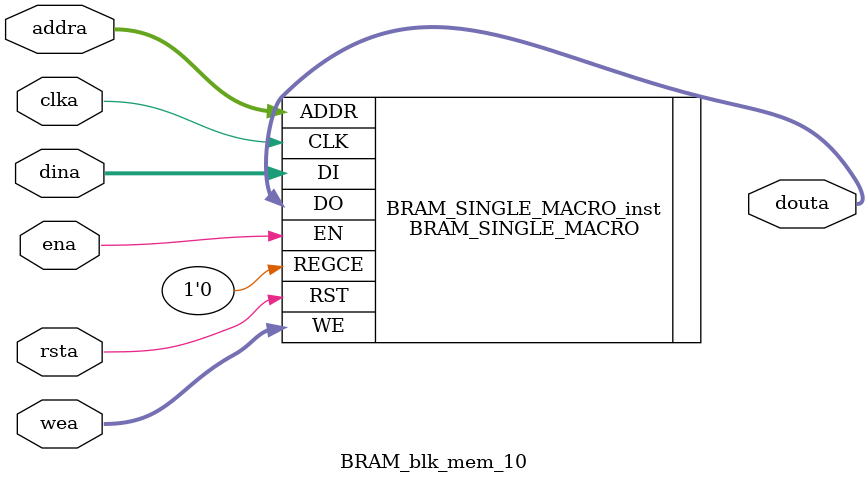
<source format=v>
`timescale 1ns/1ps

module BRAM_blk_mem_10 (
  clka,
  ena,
  wea,
  addra,
  dina,
  douta,
  rsta
);


input wire clka;

input wire ena;

input wire rsta;

input wire [1 : 0] wea;

input wire [9 : 0] addra;

input wire [15 : 0] dina;

output wire [15 : 0] douta;


// BRAM_SINGLE_MACRO : In order to incorporate this function into the design,
//   Verilog   : the following instance declaration needs to be placed
//  instance   : in the body of the design code.  The instance name
// declaration : (BRAM_SINGLE_MACRO_inst) and/or the port declarations within the
//    code     : parenthesis may be changed to properly reference and
//             : connect this function to the design.  All inputs
//             : and outputs must be connected.

//  <-----Cut code below this line---->

   // BRAM_SINGLE_MACRO: Single Port RAM
   //                    Artix-7
   // Xilinx HDL Language Template, version 2016.4
   
   /////////////////////////////////////////////////////////////////////
   //  READ_WIDTH | BRAM_SIZE | READ Depth  | ADDR Width |            //
   // WRITE_WIDTH |           | WRITE Depth |            |  WE Width  //
   // ============|===========|=============|============|============//
   //    37-72    |  "36Kb"   |      512    |    9-bit   |    8-bit   //
   //    19-36    |  "36Kb"   |     1024    |   10-bit   |    4-bit   //
   //    19-36    |  "18Kb"   |      512    |    9-bit   |    4-bit   //
   //    10-18    |  "36Kb"   |     2048    |   11-bit   |    2-bit   //
   //    10-18    |  "18Kb"   |     1024    |   10-bit   |    2-bit   //
   //     5-9     |  "36Kb"   |     4096    |   12-bit   |    1-bit   //
   //     5-9     |  "18Kb"   |     2048    |   11-bit   |    1-bit   //
   //     3-4     |  "36Kb"   |     8192    |   13-bit   |    1-bit   //
   //     3-4     |  "18Kb"   |     4096    |   12-bit   |    1-bit   //
   //       2     |  "36Kb"   |    16384    |   14-bit   |    1-bit   //
   //       2     |  "18Kb"   |     8192    |   13-bit   |    1-bit   //
   //       1     |  "36Kb"   |    32768    |   15-bit   |    1-bit   //
   //       1     |  "18Kb"   |    16384    |   14-bit   |    1-bit   //
   /////////////////////////////////////////////////////////////////////

   BRAM_SINGLE_MACRO #(
      .BRAM_SIZE("18Kb"), // Target BRAM, "18Kb" or "36Kb" 
      .DEVICE("7SERIES"), // Target Device: "7SERIES" 
      .DO_REG(0), // Optional output register (0 or 1)
      .INIT(36'h000000000), // Initial values on output port
      .INIT_FILE ("weight_10.mem"),
      .WRITE_WIDTH(16), // Valid values are 1-72 (37-72 only valid when BRAM_SIZE="36Kb")
      .READ_WIDTH(16),  // Valid values are 1-72 (37-72 only valid when BRAM_SIZE="36Kb")
      .SRVAL(36'h000000000), // Set/Reset value for port output
      .WRITE_MODE("WRITE_FIRST"), // "WRITE_FIRST", "READ_FIRST", or "NO_CHANGE" 
      .INIT_00(256'h0000000000000000000000000000000000000000000000000000000000000000),
      .INIT_01(256'h0000000000000000000000000000000000000000000000000000000000000000),
      .INIT_02(256'h0000000000000000000000000000000000000000000000000000000000000000),
      .INIT_03(256'h0000000000000000000000000000000000000000000000000000000000000000),
      .INIT_04(256'h0000000000000000000000000000000000000000000000000000000000000000),
      .INIT_05(256'h0000000000000000000000000000000000000000000000000000000000000000),
      .INIT_06(256'h0000000000000000000000000000000000000000000000000000000000000000),
      .INIT_07(256'h0000000000000000000000000000000000000000000000000000000000000000),
      .INIT_08(256'h0000000000000000000000000000000000000000000000000000000000000000),
      .INIT_09(256'h0000000000000000000000000000000000000000000000000000000000000000),
      .INIT_0A(256'h0000000000000000000000000000000000000000000000000000000000000000),
      .INIT_0B(256'h0000000000000000000000000000000000000000000000000000000000000000),
      .INIT_0C(256'h0000000000000000000000000000000000000000000000000000000000000000),
      .INIT_0D(256'h0000000000000000000000000000000000000000000000000000000000000000),
      .INIT_0E(256'h0000000000000000000000000000000000000000000000000000000000000000),
      .INIT_0F(256'h0000000000000000000000000000000000000000000000000000000000000000),
      .INIT_10(256'h0000000000000000000000000000000000000000000000000000000000000000),
      .INIT_11(256'h0000000000000000000000000000000000000000000000000000000000000000),
      .INIT_12(256'h0000000000000000000000000000000000000000000000000000000000000000),
      .INIT_13(256'h0000000000000000000000000000000000000000000000000000000000000000),
      .INIT_14(256'h0000000000000000000000000000000000000000000000000000000000000000),
      .INIT_15(256'h0000000000000000000000000000000000000000000000000000000000000000),
      .INIT_16(256'h0000000000000000000000000000000000000000000000000000000000000000),
      .INIT_17(256'h0000000000000000000000000000000000000000000000000000000000000000),
      .INIT_18(256'h0000000000000000000000000000000000000000000000000000000000000000),
      .INIT_19(256'h0000000000000000000000000000000000000000000000000000000000000000),
      .INIT_1A(256'h0000000000000000000000000000000000000000000000000000000000000000),
      .INIT_1B(256'h0000000000000000000000000000000000000000000000000000000000000000),
      .INIT_1C(256'h0000000000000000000000000000000000000000000000000000000000000000),
      .INIT_1D(256'h0000000000000000000000000000000000000000000000000000000000000000),
      .INIT_1E(256'h0000000000000000000000000000000000000000000000000000000000000000),
      .INIT_1F(256'h0000000000000000000000000000000000000000000000000000000000000000),
      .INIT_20(256'h0000000000000000000000000000000000000000000000000000000000000000),
      .INIT_21(256'h0000000000000000000000000000000000000000000000000000000000000000),
      .INIT_22(256'h0000000000000000000000000000000000000000000000000000000000000000),
      .INIT_23(256'h0000000000000000000000000000000000000000000000000000000000000000),
      .INIT_24(256'h0000000000000000000000000000000000000000000000000000000000000000),
      .INIT_25(256'h0000000000000000000000000000000000000000000000000000000000000000),
      .INIT_26(256'h0000000000000000000000000000000000000000000000000000000000000000),
      .INIT_27(256'h0000000000000000000000000000000000000000000000000000000000000000),
      .INIT_28(256'h0000000000000000000000000000000000000000000000000000000000000000),
      .INIT_29(256'h0000000000000000000000000000000000000000000000000000000000000000),
      .INIT_2A(256'h0000000000000000000000000000000000000000000000000000000000000000),
      .INIT_2B(256'h0000000000000000000000000000000000000000000000000000000000000000),
      .INIT_2C(256'h0000000000000000000000000000000000000000000000000000000000000000),
      .INIT_2D(256'h0000000000000000000000000000000000000000000000000000000000000000),
      .INIT_2E(256'h0000000000000000000000000000000000000000000000000000000000000000),
      .INIT_2F(256'h0000000000000000000000000000000000000000000000000000000000000000),
      .INIT_30(256'h0000000000000000000000000000000000000000000000000000000000000000),
      .INIT_31(256'h0000000000000000000000000000000000000000000000000000000000000000),
      .INIT_32(256'h0000000000000000000000000000000000000000000000000000000000000000),
      .INIT_33(256'h0000000000000000000000000000000000000000000000000000000000000000),
      .INIT_34(256'h0000000000000000000000000000000000000000000000000000000000000000),
      .INIT_35(256'h0000000000000000000000000000000000000000000000000000000000000000),
      .INIT_36(256'h0000000000000000000000000000000000000000000000000000000000000000),
      .INIT_37(256'h0000000000000000000000000000000000000000000000000000000000000000),
      .INIT_38(256'h0000000000000000000000000000000000000000000000000000000000000000),
      .INIT_39(256'h0000000000000000000000000000000000000000000000000000000000000000),
      .INIT_3A(256'h0000000000000000000000000000000000000000000000000000000000000000),
      .INIT_3B(256'h0000000000000000000000000000000000000000000000000000000000000000),
      .INIT_3C(256'h0000000000000000000000000000000000000000000000000000000000000000),
      .INIT_3D(256'h0000000000000000000000000000000000000000000000000000000000000000),
      .INIT_3E(256'h0000000000000000000000000000000000000000000000000000000000000000),
      .INIT_3F(256'h0000000000000000000000000000000000000000000000000000000000000000),
      
      // The next set of INIT_xx are valid when configured as 36Kb
      .INIT_40(256'h0000000000000000000000000000000000000000000000000000000000000000),
      .INIT_41(256'h0000000000000000000000000000000000000000000000000000000000000000),
      .INIT_42(256'h0000000000000000000000000000000000000000000000000000000000000000),
      .INIT_43(256'h0000000000000000000000000000000000000000000000000000000000000000),
      .INIT_44(256'h0000000000000000000000000000000000000000000000000000000000000000),
      .INIT_45(256'h0000000000000000000000000000000000000000000000000000000000000000),
      .INIT_46(256'h0000000000000000000000000000000000000000000000000000000000000000),
      .INIT_47(256'h0000000000000000000000000000000000000000000000000000000000000000),
      .INIT_48(256'h0000000000000000000000000000000000000000000000000000000000000000),
      .INIT_49(256'h0000000000000000000000000000000000000000000000000000000000000000),
      .INIT_4A(256'h0000000000000000000000000000000000000000000000000000000000000000),
      .INIT_4B(256'h0000000000000000000000000000000000000000000000000000000000000000),
      .INIT_4C(256'h0000000000000000000000000000000000000000000000000000000000000000),
      .INIT_4D(256'h0000000000000000000000000000000000000000000000000000000000000000),
      .INIT_4E(256'h0000000000000000000000000000000000000000000000000000000000000000),
      .INIT_4F(256'h0000000000000000000000000000000000000000000000000000000000000000),
      .INIT_50(256'h0000000000000000000000000000000000000000000000000000000000000000),
      .INIT_51(256'h0000000000000000000000000000000000000000000000000000000000000000),
      .INIT_52(256'h0000000000000000000000000000000000000000000000000000000000000000),
      .INIT_53(256'h0000000000000000000000000000000000000000000000000000000000000000),
      .INIT_54(256'h0000000000000000000000000000000000000000000000000000000000000000),
      .INIT_55(256'h0000000000000000000000000000000000000000000000000000000000000000),
      .INIT_56(256'h0000000000000000000000000000000000000000000000000000000000000000),
      .INIT_57(256'h0000000000000000000000000000000000000000000000000000000000000000),
      .INIT_58(256'h0000000000000000000000000000000000000000000000000000000000000000),
      .INIT_59(256'h0000000000000000000000000000000000000000000000000000000000000000),
      .INIT_5A(256'h0000000000000000000000000000000000000000000000000000000000000000),
      .INIT_5B(256'h0000000000000000000000000000000000000000000000000000000000000000),
      .INIT_5C(256'h0000000000000000000000000000000000000000000000000000000000000000),
      .INIT_5D(256'h0000000000000000000000000000000000000000000000000000000000000000),
      .INIT_5E(256'h0000000000000000000000000000000000000000000000000000000000000000),
      .INIT_5F(256'h0000000000000000000000000000000000000000000000000000000000000000),
      .INIT_60(256'h0000000000000000000000000000000000000000000000000000000000000000),
      .INIT_61(256'h0000000000000000000000000000000000000000000000000000000000000000),
      .INIT_62(256'h0000000000000000000000000000000000000000000000000000000000000000),
      .INIT_63(256'h0000000000000000000000000000000000000000000000000000000000000000),
      .INIT_64(256'h0000000000000000000000000000000000000000000000000000000000000000),
      .INIT_65(256'h0000000000000000000000000000000000000000000000000000000000000000),
      .INIT_66(256'h0000000000000000000000000000000000000000000000000000000000000000),
      .INIT_67(256'h0000000000000000000000000000000000000000000000000000000000000000),
      .INIT_68(256'h0000000000000000000000000000000000000000000000000000000000000000),
      .INIT_69(256'h0000000000000000000000000000000000000000000000000000000000000000),
      .INIT_6A(256'h0000000000000000000000000000000000000000000000000000000000000000),
      .INIT_6B(256'h0000000000000000000000000000000000000000000000000000000000000000),
      .INIT_6C(256'h0000000000000000000000000000000000000000000000000000000000000000),
      .INIT_6D(256'h0000000000000000000000000000000000000000000000000000000000000000),
      .INIT_6E(256'h0000000000000000000000000000000000000000000000000000000000000000),
      .INIT_6F(256'h0000000000000000000000000000000000000000000000000000000000000000),
      .INIT_70(256'h0000000000000000000000000000000000000000000000000000000000000000),
      .INIT_71(256'h0000000000000000000000000000000000000000000000000000000000000000),
      .INIT_72(256'h0000000000000000000000000000000000000000000000000000000000000000),
      .INIT_73(256'h0000000000000000000000000000000000000000000000000000000000000000),
      .INIT_74(256'h0000000000000000000000000000000000000000000000000000000000000000),
      .INIT_75(256'h0000000000000000000000000000000000000000000000000000000000000000),
      .INIT_76(256'h0000000000000000000000000000000000000000000000000000000000000000),
      .INIT_77(256'h0000000000000000000000000000000000000000000000000000000000000000),
      .INIT_78(256'h0000000000000000000000000000000000000000000000000000000000000000),
      .INIT_79(256'h0000000000000000000000000000000000000000000000000000000000000000),
      .INIT_7A(256'h0000000000000000000000000000000000000000000000000000000000000000),
      .INIT_7B(256'h0000000000000000000000000000000000000000000000000000000000000000),
      .INIT_7C(256'h0000000000000000000000000000000000000000000000000000000000000000),
      .INIT_7D(256'h0000000000000000000000000000000000000000000000000000000000000000),
      .INIT_7E(256'h0000000000000000000000000000000000000000000000000000000000000000),
      .INIT_7F(256'h0000000000000000000000000000000000000000000000000000000000000000),
      
      // The next set of INITP_xx are for the parity bits
      .INITP_00(256'h0000000000000000000000000000000000000000000000000000000000000000),
      .INITP_01(256'h0000000000000000000000000000000000000000000000000000000000000000),
      .INITP_02(256'h0000000000000000000000000000000000000000000000000000000000000000),
      .INITP_03(256'h0000000000000000000000000000000000000000000000000000000000000000),
      .INITP_04(256'h0000000000000000000000000000000000000000000000000000000000000000),
      .INITP_05(256'h0000000000000000000000000000000000000000000000000000000000000000),
      .INITP_06(256'h0000000000000000000000000000000000000000000000000000000000000000),
      .INITP_07(256'h0000000000000000000000000000000000000000000000000000000000000000),
      
      // The next set of INIT_xx are valid when configured as 36Kb
      .INITP_08(256'h0000000000000000000000000000000000000000000000000000000000000000),
      .INITP_09(256'h0000000000000000000000000000000000000000000000000000000000000000),
      .INITP_0A(256'h0000000000000000000000000000000000000000000000000000000000000000),
      .INITP_0B(256'h0000000000000000000000000000000000000000000000000000000000000000),
      .INITP_0C(256'h0000000000000000000000000000000000000000000000000000000000000000),
      .INITP_0D(256'h0000000000000000000000000000000000000000000000000000000000000000),
      .INITP_0E(256'h0000000000000000000000000000000000000000000000000000000000000000),
      .INITP_0F(256'h0000000000000000000000000000000000000000000000000000000000000000)
   ) BRAM_SINGLE_MACRO_inst (
      .DO(douta),       // Output data, width defined by READ_WIDTH parameter
      .ADDR(addra),   // Input address, width defined by read/write port depth
      .CLK(clka),     // 1-bit input clock
      .DI(dina),       // Input data port, width defined by WRITE_WIDTH parameter
      .EN(ena),       // 1-bit input RAM enable
      .REGCE(1'D0), // 1-bit input output register enable
      .RST(rsta),     // 1-bit input reset
      .WE(wea)        // Input write enable, width defined by write port depth
   );

   // End of BRAM_SINGLE_MACRO_inst instantiation
				
				
				
  
endmodule

</source>
